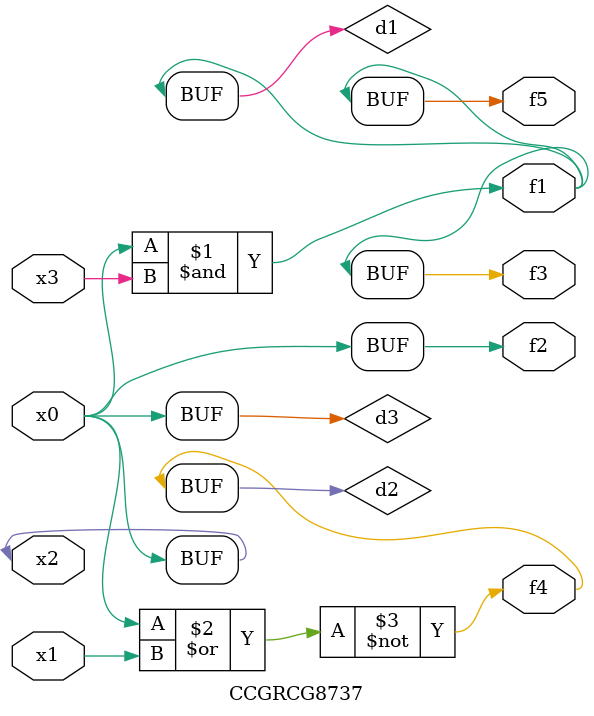
<source format=v>
module CCGRCG8737(
	input x0, x1, x2, x3,
	output f1, f2, f3, f4, f5
);

	wire d1, d2, d3;

	and (d1, x2, x3);
	nor (d2, x0, x1);
	buf (d3, x0, x2);
	assign f1 = d1;
	assign f2 = d3;
	assign f3 = d1;
	assign f4 = d2;
	assign f5 = d1;
endmodule

</source>
